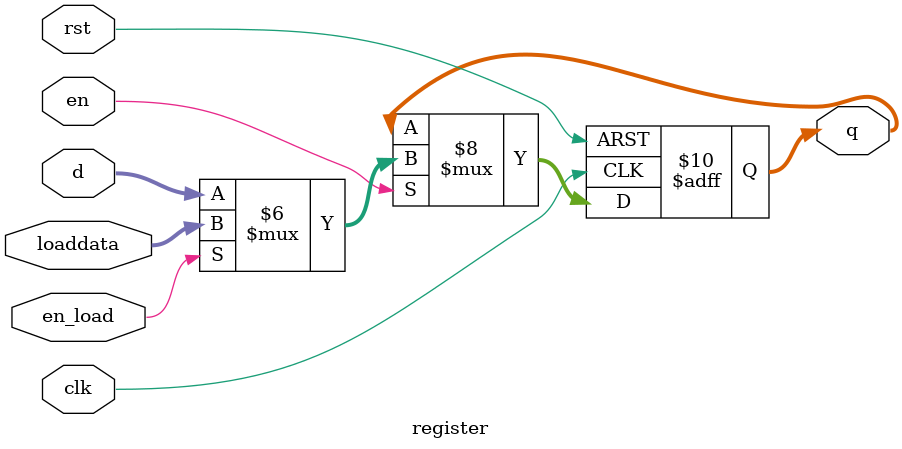
<source format=v>
`timescale 1ns / 1ps


module register(
			clk,
			rst,
			en,				
			d,
      en_load,
      
      loaddata,

			q				
    );
    input clk,rst;
    input en,en_load;
    input wire[15:0]d;
    input wire[15:0]loaddata;

    output reg[15:0]q;
   always@(posedge clk or posedge rst )
     if(rst)
       q   <= 16'b0000000000000000;
     else
        begin
          if(en==1)//使能为1，两种情况
            
            if(en_load==1)//load
            q <=loaddata;

            else q <=d;


          else//使能为0,直接置0
          q <=q;  
              
        end      
                       
            
          
        
endmodule

</source>
